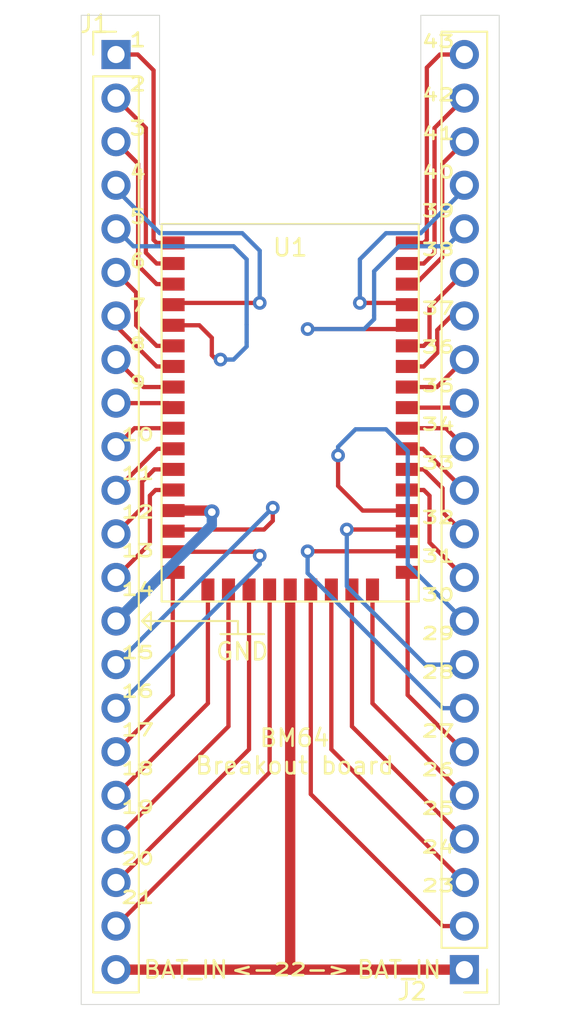
<source format=kicad_pcb>
(kicad_pcb (version 20171130) (host pcbnew "(5.1.6)-1")

  (general
    (thickness 1.6)
    (drawings 32)
    (tracks 184)
    (zones 0)
    (modules 3)
    (nets 44)
  )

  (page A4)
  (layers
    (0 F.Cu signal)
    (31 B.Cu signal)
    (32 B.Adhes user)
    (33 F.Adhes user)
    (34 B.Paste user)
    (35 F.Paste user)
    (36 B.SilkS user)
    (37 F.SilkS user)
    (38 B.Mask user)
    (39 F.Mask user)
    (40 Dwgs.User user)
    (41 Cmts.User user)
    (42 Eco1.User user)
    (43 Eco2.User user)
    (44 Edge.Cuts user)
    (45 Margin user)
    (46 B.CrtYd user)
    (47 F.CrtYd user)
    (48 B.Fab user)
    (49 F.Fab user)
  )

  (setup
    (last_trace_width 0.3)
    (user_trace_width 0.3)
    (user_trace_width 0.6)
    (trace_clearance 0.2)
    (zone_clearance 0.508)
    (zone_45_only no)
    (trace_min 0.2)
    (via_size 0.8)
    (via_drill 0.4)
    (via_min_size 0.4)
    (via_min_drill 0.3)
    (user_via 0.9 0.45)
    (uvia_size 0.3)
    (uvia_drill 0.1)
    (uvias_allowed no)
    (uvia_min_size 0.2)
    (uvia_min_drill 0.1)
    (edge_width 0.05)
    (segment_width 0.2)
    (pcb_text_width 0.3)
    (pcb_text_size 1.5 1.5)
    (mod_edge_width 0.12)
    (mod_text_size 1 1)
    (mod_text_width 0.15)
    (pad_size 1.524 1.524)
    (pad_drill 0.762)
    (pad_to_mask_clearance 0.05)
    (aux_axis_origin 0 0)
    (visible_elements 7FFFFFFF)
    (pcbplotparams
      (layerselection 0x010fc_ffffffff)
      (usegerberextensions false)
      (usegerberattributes true)
      (usegerberadvancedattributes true)
      (creategerberjobfile true)
      (excludeedgelayer true)
      (linewidth 0.100000)
      (plotframeref false)
      (viasonmask false)
      (mode 1)
      (useauxorigin false)
      (hpglpennumber 1)
      (hpglpenspeed 20)
      (hpglpendiameter 15.000000)
      (psnegative false)
      (psa4output false)
      (plotreference true)
      (plotvalue true)
      (plotinvisibletext false)
      (padsonsilk false)
      (subtractmaskfromsilk false)
      (outputformat 1)
      (mirror false)
      (drillshape 1)
      (scaleselection 1)
      (outputdirectory ""))
  )

  (net 0 "")
  (net 1 "Net-(J1-Pad1)")
  (net 2 "Net-(J1-Pad2)")
  (net 3 "Net-(J1-Pad3)")
  (net 4 "Net-(J1-Pad4)")
  (net 5 "Net-(J1-Pad5)")
  (net 6 "Net-(J1-Pad6)")
  (net 7 "Net-(J1-Pad7)")
  (net 8 "Net-(J1-Pad8)")
  (net 9 "Net-(J1-Pad9)")
  (net 10 "Net-(J1-Pad10)")
  (net 11 "Net-(J1-Pad11)")
  (net 12 "Net-(J1-Pad12)")
  (net 13 "Net-(J1-Pad13)")
  (net 14 "Net-(J1-Pad14)")
  (net 15 "Net-(J1-Pad15)")
  (net 16 "Net-(J1-Pad16)")
  (net 17 "Net-(J1-Pad17)")
  (net 18 "Net-(J1-Pad18)")
  (net 19 "Net-(J1-Pad19)")
  (net 20 "Net-(J1-Pad20)")
  (net 21 "Net-(J1-Pad21)")
  (net 22 "Net-(J1-Pad22)")
  (net 23 "Net-(J2-Pad22)")
  (net 24 "Net-(J2-Pad21)")
  (net 25 "Net-(J2-Pad20)")
  (net 26 "Net-(J2-Pad19)")
  (net 27 "Net-(J2-Pad18)")
  (net 28 "Net-(J2-Pad17)")
  (net 29 "Net-(J2-Pad16)")
  (net 30 "Net-(J2-Pad15)")
  (net 31 "Net-(J2-Pad14)")
  (net 32 "Net-(J2-Pad13)")
  (net 33 "Net-(J2-Pad12)")
  (net 34 "Net-(J2-Pad11)")
  (net 35 "Net-(J2-Pad10)")
  (net 36 "Net-(J2-Pad9)")
  (net 37 "Net-(J2-Pad8)")
  (net 38 "Net-(J2-Pad7)")
  (net 39 "Net-(J2-Pad6)")
  (net 40 "Net-(J2-Pad5)")
  (net 41 "Net-(J2-Pad4)")
  (net 42 "Net-(J2-Pad3)")
  (net 43 "Net-(J2-Pad2)")

  (net_class Default "This is the default net class."
    (clearance 0.2)
    (trace_width 0.25)
    (via_dia 0.8)
    (via_drill 0.4)
    (uvia_dia 0.3)
    (uvia_drill 0.1)
    (add_net "Net-(J1-Pad1)")
    (add_net "Net-(J1-Pad10)")
    (add_net "Net-(J1-Pad11)")
    (add_net "Net-(J1-Pad12)")
    (add_net "Net-(J1-Pad13)")
    (add_net "Net-(J1-Pad14)")
    (add_net "Net-(J1-Pad15)")
    (add_net "Net-(J1-Pad16)")
    (add_net "Net-(J1-Pad17)")
    (add_net "Net-(J1-Pad18)")
    (add_net "Net-(J1-Pad19)")
    (add_net "Net-(J1-Pad2)")
    (add_net "Net-(J1-Pad20)")
    (add_net "Net-(J1-Pad21)")
    (add_net "Net-(J1-Pad22)")
    (add_net "Net-(J1-Pad3)")
    (add_net "Net-(J1-Pad4)")
    (add_net "Net-(J1-Pad5)")
    (add_net "Net-(J1-Pad6)")
    (add_net "Net-(J1-Pad7)")
    (add_net "Net-(J1-Pad8)")
    (add_net "Net-(J1-Pad9)")
    (add_net "Net-(J2-Pad10)")
    (add_net "Net-(J2-Pad11)")
    (add_net "Net-(J2-Pad12)")
    (add_net "Net-(J2-Pad13)")
    (add_net "Net-(J2-Pad14)")
    (add_net "Net-(J2-Pad15)")
    (add_net "Net-(J2-Pad16)")
    (add_net "Net-(J2-Pad17)")
    (add_net "Net-(J2-Pad18)")
    (add_net "Net-(J2-Pad19)")
    (add_net "Net-(J2-Pad2)")
    (add_net "Net-(J2-Pad20)")
    (add_net "Net-(J2-Pad21)")
    (add_net "Net-(J2-Pad22)")
    (add_net "Net-(J2-Pad3)")
    (add_net "Net-(J2-Pad4)")
    (add_net "Net-(J2-Pad5)")
    (add_net "Net-(J2-Pad6)")
    (add_net "Net-(J2-Pad7)")
    (add_net "Net-(J2-Pad8)")
    (add_net "Net-(J2-Pad9)")
  )

  (module Connector_PinHeader_2.54mm:PinHeader_1x22_P2.54mm_Vertical (layer F.Cu) (tedit 59FED5CC) (tstamp 61E3B105)
    (at 146.304 128.778 180)
    (descr "Through hole straight pin header, 1x22, 2.54mm pitch, single row")
    (tags "Through hole pin header THT 1x22 2.54mm single row")
    (path /61F3A1B6)
    (fp_text reference J2 (at 3.048 -1.27) (layer F.SilkS)
      (effects (font (size 1 1) (thickness 0.15)))
    )
    (fp_text value Conn_01x22_Male (at 0 55.67) (layer F.Fab)
      (effects (font (size 1 1) (thickness 0.15)))
    )
    (fp_line (start 1.8 -1.8) (end -1.8 -1.8) (layer F.CrtYd) (width 0.05))
    (fp_line (start 1.8 55.15) (end 1.8 -1.8) (layer F.CrtYd) (width 0.05))
    (fp_line (start -1.8 55.15) (end 1.8 55.15) (layer F.CrtYd) (width 0.05))
    (fp_line (start -1.8 -1.8) (end -1.8 55.15) (layer F.CrtYd) (width 0.05))
    (fp_line (start -1.33 -1.33) (end 0 -1.33) (layer F.SilkS) (width 0.12))
    (fp_line (start -1.33 0) (end -1.33 -1.33) (layer F.SilkS) (width 0.12))
    (fp_line (start -1.33 1.27) (end 1.33 1.27) (layer F.SilkS) (width 0.12))
    (fp_line (start 1.33 1.27) (end 1.33 54.67) (layer F.SilkS) (width 0.12))
    (fp_line (start -1.33 1.27) (end -1.33 54.67) (layer F.SilkS) (width 0.12))
    (fp_line (start -1.33 54.67) (end 1.33 54.67) (layer F.SilkS) (width 0.12))
    (fp_line (start -1.27 -0.635) (end -0.635 -1.27) (layer F.Fab) (width 0.1))
    (fp_line (start -1.27 54.61) (end -1.27 -0.635) (layer F.Fab) (width 0.1))
    (fp_line (start 1.27 54.61) (end -1.27 54.61) (layer F.Fab) (width 0.1))
    (fp_line (start 1.27 -1.27) (end 1.27 54.61) (layer F.Fab) (width 0.1))
    (fp_line (start -0.635 -1.27) (end 1.27 -1.27) (layer F.Fab) (width 0.1))
    (fp_text user %R (at 0 26.67 90) (layer F.Fab)
      (effects (font (size 1 1) (thickness 0.15)))
    )
    (pad 22 thru_hole oval (at 0 53.34 180) (size 1.7 1.7) (drill 1) (layers *.Cu *.Mask)
      (net 23 "Net-(J2-Pad22)"))
    (pad 21 thru_hole oval (at 0 50.8 180) (size 1.7 1.7) (drill 1) (layers *.Cu *.Mask)
      (net 24 "Net-(J2-Pad21)"))
    (pad 20 thru_hole oval (at 0 48.26 180) (size 1.7 1.7) (drill 1) (layers *.Cu *.Mask)
      (net 25 "Net-(J2-Pad20)"))
    (pad 19 thru_hole oval (at 0 45.72 180) (size 1.7 1.7) (drill 1) (layers *.Cu *.Mask)
      (net 26 "Net-(J2-Pad19)"))
    (pad 18 thru_hole oval (at 0 43.18 180) (size 1.7 1.7) (drill 1) (layers *.Cu *.Mask)
      (net 27 "Net-(J2-Pad18)"))
    (pad 17 thru_hole oval (at 0 40.64 180) (size 1.7 1.7) (drill 1) (layers *.Cu *.Mask)
      (net 28 "Net-(J2-Pad17)"))
    (pad 16 thru_hole oval (at 0 38.1 180) (size 1.7 1.7) (drill 1) (layers *.Cu *.Mask)
      (net 29 "Net-(J2-Pad16)"))
    (pad 15 thru_hole oval (at 0 35.56 180) (size 1.7 1.7) (drill 1) (layers *.Cu *.Mask)
      (net 30 "Net-(J2-Pad15)"))
    (pad 14 thru_hole oval (at 0 33.02 180) (size 1.7 1.7) (drill 1) (layers *.Cu *.Mask)
      (net 31 "Net-(J2-Pad14)"))
    (pad 13 thru_hole oval (at 0 30.48 180) (size 1.7 1.7) (drill 1) (layers *.Cu *.Mask)
      (net 32 "Net-(J2-Pad13)"))
    (pad 12 thru_hole oval (at 0 27.94 180) (size 1.7 1.7) (drill 1) (layers *.Cu *.Mask)
      (net 33 "Net-(J2-Pad12)"))
    (pad 11 thru_hole oval (at 0 25.4 180) (size 1.7 1.7) (drill 1) (layers *.Cu *.Mask)
      (net 34 "Net-(J2-Pad11)"))
    (pad 10 thru_hole oval (at 0 22.86 180) (size 1.7 1.7) (drill 1) (layers *.Cu *.Mask)
      (net 35 "Net-(J2-Pad10)"))
    (pad 9 thru_hole oval (at 0 20.32 180) (size 1.7 1.7) (drill 1) (layers *.Cu *.Mask)
      (net 36 "Net-(J2-Pad9)"))
    (pad 8 thru_hole oval (at 0 17.78 180) (size 1.7 1.7) (drill 1) (layers *.Cu *.Mask)
      (net 37 "Net-(J2-Pad8)"))
    (pad 7 thru_hole oval (at 0 15.24 180) (size 1.7 1.7) (drill 1) (layers *.Cu *.Mask)
      (net 38 "Net-(J2-Pad7)"))
    (pad 6 thru_hole oval (at 0 12.7 180) (size 1.7 1.7) (drill 1) (layers *.Cu *.Mask)
      (net 39 "Net-(J2-Pad6)"))
    (pad 5 thru_hole oval (at 0 10.16 180) (size 1.7 1.7) (drill 1) (layers *.Cu *.Mask)
      (net 40 "Net-(J2-Pad5)"))
    (pad 4 thru_hole oval (at 0 7.62 180) (size 1.7 1.7) (drill 1) (layers *.Cu *.Mask)
      (net 41 "Net-(J2-Pad4)"))
    (pad 3 thru_hole oval (at 0 5.08 180) (size 1.7 1.7) (drill 1) (layers *.Cu *.Mask)
      (net 42 "Net-(J2-Pad3)"))
    (pad 2 thru_hole oval (at 0 2.54 180) (size 1.7 1.7) (drill 1) (layers *.Cu *.Mask)
      (net 43 "Net-(J2-Pad2)"))
    (pad 1 thru_hole rect (at 0 0 180) (size 1.7 1.7) (drill 1) (layers *.Cu *.Mask)
      (net 22 "Net-(J1-Pad22)"))
    (model ${KISYS3DMOD}/Connector_PinHeader_2.54mm.3dshapes/PinHeader_1x22_P2.54mm_Vertical.wrl
      (at (xyz 0 0 0))
      (scale (xyz 1 1 1))
      (rotate (xyz 0 0 0))
    )
  )

  (module Connector_PinHeader_2.54mm:PinHeader_1x22_P2.54mm_Vertical (layer F.Cu) (tedit 59FED5CC) (tstamp 61E3B0DB)
    (at 125.984 75.438)
    (descr "Through hole straight pin header, 1x22, 2.54mm pitch, single row")
    (tags "Through hole pin header THT 1x22 2.54mm single row")
    (path /61F2F9DE)
    (fp_text reference J1 (at -1.27 -1.778) (layer F.SilkS)
      (effects (font (size 1 1) (thickness 0.15)))
    )
    (fp_text value Conn_01x22_Male (at 0 55.67) (layer F.Fab)
      (effects (font (size 1 1) (thickness 0.15)))
    )
    (fp_line (start -0.635 -1.27) (end 1.27 -1.27) (layer F.Fab) (width 0.1))
    (fp_line (start 1.27 -1.27) (end 1.27 54.61) (layer F.Fab) (width 0.1))
    (fp_line (start 1.27 54.61) (end -1.27 54.61) (layer F.Fab) (width 0.1))
    (fp_line (start -1.27 54.61) (end -1.27 -0.635) (layer F.Fab) (width 0.1))
    (fp_line (start -1.27 -0.635) (end -0.635 -1.27) (layer F.Fab) (width 0.1))
    (fp_line (start -1.33 54.67) (end 1.33 54.67) (layer F.SilkS) (width 0.12))
    (fp_line (start -1.33 1.27) (end -1.33 54.67) (layer F.SilkS) (width 0.12))
    (fp_line (start 1.33 1.27) (end 1.33 54.67) (layer F.SilkS) (width 0.12))
    (fp_line (start -1.33 1.27) (end 1.33 1.27) (layer F.SilkS) (width 0.12))
    (fp_line (start -1.33 0) (end -1.33 -1.33) (layer F.SilkS) (width 0.12))
    (fp_line (start -1.33 -1.33) (end 0 -1.33) (layer F.SilkS) (width 0.12))
    (fp_line (start -1.8 -1.8) (end -1.8 55.15) (layer F.CrtYd) (width 0.05))
    (fp_line (start -1.8 55.15) (end 1.8 55.15) (layer F.CrtYd) (width 0.05))
    (fp_line (start 1.8 55.15) (end 1.8 -1.8) (layer F.CrtYd) (width 0.05))
    (fp_line (start 1.8 -1.8) (end -1.8 -1.8) (layer F.CrtYd) (width 0.05))
    (fp_text user %R (at 0 26.67 90) (layer F.Fab)
      (effects (font (size 1 1) (thickness 0.15)))
    )
    (pad 1 thru_hole rect (at 0 0) (size 1.7 1.7) (drill 1) (layers *.Cu *.Mask)
      (net 1 "Net-(J1-Pad1)"))
    (pad 2 thru_hole oval (at 0 2.54) (size 1.7 1.7) (drill 1) (layers *.Cu *.Mask)
      (net 2 "Net-(J1-Pad2)"))
    (pad 3 thru_hole oval (at 0 5.08) (size 1.7 1.7) (drill 1) (layers *.Cu *.Mask)
      (net 3 "Net-(J1-Pad3)"))
    (pad 4 thru_hole oval (at 0 7.62) (size 1.7 1.7) (drill 1) (layers *.Cu *.Mask)
      (net 4 "Net-(J1-Pad4)"))
    (pad 5 thru_hole oval (at 0 10.16) (size 1.7 1.7) (drill 1) (layers *.Cu *.Mask)
      (net 5 "Net-(J1-Pad5)"))
    (pad 6 thru_hole oval (at 0 12.7) (size 1.7 1.7) (drill 1) (layers *.Cu *.Mask)
      (net 6 "Net-(J1-Pad6)"))
    (pad 7 thru_hole oval (at 0 15.24) (size 1.7 1.7) (drill 1) (layers *.Cu *.Mask)
      (net 7 "Net-(J1-Pad7)"))
    (pad 8 thru_hole oval (at 0 17.78) (size 1.7 1.7) (drill 1) (layers *.Cu *.Mask)
      (net 8 "Net-(J1-Pad8)"))
    (pad 9 thru_hole oval (at 0 20.32) (size 1.7 1.7) (drill 1) (layers *.Cu *.Mask)
      (net 9 "Net-(J1-Pad9)"))
    (pad 10 thru_hole oval (at 0 22.86) (size 1.7 1.7) (drill 1) (layers *.Cu *.Mask)
      (net 10 "Net-(J1-Pad10)"))
    (pad 11 thru_hole oval (at 0 25.4) (size 1.7 1.7) (drill 1) (layers *.Cu *.Mask)
      (net 11 "Net-(J1-Pad11)"))
    (pad 12 thru_hole oval (at 0 27.94) (size 1.7 1.7) (drill 1) (layers *.Cu *.Mask)
      (net 12 "Net-(J1-Pad12)"))
    (pad 13 thru_hole oval (at 0 30.48) (size 1.7 1.7) (drill 1) (layers *.Cu *.Mask)
      (net 13 "Net-(J1-Pad13)"))
    (pad 14 thru_hole oval (at 0 33.02) (size 1.7 1.7) (drill 1) (layers *.Cu *.Mask)
      (net 14 "Net-(J1-Pad14)"))
    (pad 15 thru_hole oval (at 0 35.56) (size 1.7 1.7) (drill 1) (layers *.Cu *.Mask)
      (net 15 "Net-(J1-Pad15)"))
    (pad 16 thru_hole oval (at 0 38.1) (size 1.7 1.7) (drill 1) (layers *.Cu *.Mask)
      (net 16 "Net-(J1-Pad16)"))
    (pad 17 thru_hole oval (at 0 40.64) (size 1.7 1.7) (drill 1) (layers *.Cu *.Mask)
      (net 17 "Net-(J1-Pad17)"))
    (pad 18 thru_hole oval (at 0 43.18) (size 1.7 1.7) (drill 1) (layers *.Cu *.Mask)
      (net 18 "Net-(J1-Pad18)"))
    (pad 19 thru_hole oval (at 0 45.72) (size 1.7 1.7) (drill 1) (layers *.Cu *.Mask)
      (net 19 "Net-(J1-Pad19)"))
    (pad 20 thru_hole oval (at 0 48.26) (size 1.7 1.7) (drill 1) (layers *.Cu *.Mask)
      (net 20 "Net-(J1-Pad20)"))
    (pad 21 thru_hole oval (at 0 50.8) (size 1.7 1.7) (drill 1) (layers *.Cu *.Mask)
      (net 21 "Net-(J1-Pad21)"))
    (pad 22 thru_hole oval (at 0 53.34) (size 1.7 1.7) (drill 1) (layers *.Cu *.Mask)
      (net 22 "Net-(J1-Pad22)"))
    (model ${KISYS3DMOD}/Connector_PinHeader_2.54mm.3dshapes/PinHeader_1x22_P2.54mm_Vertical.wrl
      (at (xyz 0 0 0))
      (scale (xyz 1 1 1))
      (rotate (xyz 0 0 0))
    )
  )

  (module BM64:BM64 (layer F.Cu) (tedit 61E2EF8B) (tstamp 61E3B140)
    (at 136.144 83.82)
    (path /61F2EA08)
    (fp_text reference U1 (at 0 2.869999) (layer F.SilkS)
      (effects (font (size 1 1) (thickness 0.15)))
    )
    (fp_text value BM64 (at 0 -0.5) (layer F.Fab)
      (effects (font (size 1 1) (thickness 0.15)))
    )
    (fp_line (start -7.5 23.5) (end -7.5 1.5) (layer F.SilkS) (width 0.12))
    (fp_line (start 7.5 23.5) (end -7.5 23.5) (layer F.SilkS) (width 0.12))
    (fp_line (start 7.5 1.5) (end 7.5 23.5) (layer F.SilkS) (width 0.12))
    (fp_line (start 0 1.5) (end 7.5 1.5) (layer F.SilkS) (width 0.12))
    (fp_line (start 0 1.5) (end -7.5 1.5) (layer F.SilkS) (width 0.12))
    (fp_line (start -7.5 -8.5) (end 7.5 -8.5) (layer F.Fab) (width 0.12))
    (fp_line (start 7.5 -8.5) (end 7.5 1.5) (layer F.Fab) (width 0.12))
    (fp_line (start 7.5 1.5) (end -7.5 1.5) (layer F.Fab) (width 0.12))
    (fp_line (start -7.5 -1.55) (end -7.5 1.5) (layer F.Fab) (width 0.12))
    (fp_line (start -7.5 -3.45) (end -7.5 -8.5) (layer F.Fab) (width 0.12))
    (fp_arc (start -7.5 -2.5) (end -6.55 -2.5) (angle -90) (layer F.Fab) (width 0.12))
    (fp_arc (start -7.5 -2.5) (end -7.5 -1.55) (angle -90) (layer F.Fab) (width 0.12))
    (pad 26 smd rect (at 4.8 22.85 90) (size 1.38 0.76) (layers F.Cu F.Paste F.Mask)
      (net 40 "Net-(J2-Pad5)"))
    (pad 25 smd rect (at 3.6 22.85 90) (size 1.38 0.76) (layers F.Cu F.Paste F.Mask)
      (net 41 "Net-(J2-Pad4)"))
    (pad 24 smd rect (at 2.4 22.85 90) (size 1.38 0.76) (layers F.Cu F.Paste F.Mask)
      (net 42 "Net-(J2-Pad3)"))
    (pad 23 smd rect (at 1.2 22.85 90) (size 1.38 0.76) (layers F.Cu F.Paste F.Mask)
      (net 43 "Net-(J2-Pad2)"))
    (pad 22 smd rect (at 0 22.85 90) (size 1.38 0.76) (layers F.Cu F.Paste F.Mask)
      (net 22 "Net-(J1-Pad22)"))
    (pad 21 smd rect (at -1.2 22.85 90) (size 1.38 0.76) (layers F.Cu F.Paste F.Mask)
      (net 21 "Net-(J1-Pad21)"))
    (pad 20 smd rect (at -2.4 22.85 90) (size 1.38 0.76) (layers F.Cu F.Paste F.Mask)
      (net 20 "Net-(J1-Pad20)"))
    (pad 19 smd rect (at -3.6 22.85 90) (size 1.38 0.76) (layers F.Cu F.Paste F.Mask)
      (net 19 "Net-(J1-Pad19)"))
    (pad 43 smd rect (at 6.85 2.6) (size 1.38 0.76) (layers F.Cu F.Paste F.Mask)
      (net 23 "Net-(J2-Pad22)"))
    (pad 42 smd rect (at 6.85 3.8) (size 1.38 0.76) (layers F.Cu F.Paste F.Mask)
      (net 24 "Net-(J2-Pad21)"))
    (pad 41 smd rect (at 6.85 5) (size 1.38 0.76) (layers F.Cu F.Paste F.Mask)
      (net 25 "Net-(J2-Pad20)"))
    (pad 40 smd rect (at 6.85 6.2) (size 1.38 0.76) (layers F.Cu F.Paste F.Mask)
      (net 26 "Net-(J2-Pad19)"))
    (pad 39 smd rect (at 6.85 7.4) (size 1.38 0.76) (layers F.Cu F.Paste F.Mask)
      (net 27 "Net-(J2-Pad18)"))
    (pad 38 smd rect (at 6.85 8.6) (size 1.38 0.76) (layers F.Cu F.Paste F.Mask)
      (net 28 "Net-(J2-Pad17)"))
    (pad 37 smd rect (at 6.85 9.8) (size 1.38 0.76) (layers F.Cu F.Paste F.Mask)
      (net 29 "Net-(J2-Pad16)"))
    (pad 36 smd rect (at 6.85 11) (size 1.38 0.76) (layers F.Cu F.Paste F.Mask)
      (net 30 "Net-(J2-Pad15)"))
    (pad 35 smd rect (at 6.85 12.2) (size 1.38 0.76) (layers F.Cu F.Paste F.Mask)
      (net 31 "Net-(J2-Pad14)"))
    (pad 34 smd rect (at 6.85 13.4) (size 1.38 0.76) (layers F.Cu F.Paste F.Mask)
      (net 32 "Net-(J2-Pad13)"))
    (pad 33 smd rect (at 6.85 14.6) (size 1.38 0.76) (layers F.Cu F.Paste F.Mask)
      (net 33 "Net-(J2-Pad12)"))
    (pad 32 smd rect (at 6.85 15.8) (size 1.38 0.76) (layers F.Cu F.Paste F.Mask)
      (net 34 "Net-(J2-Pad11)"))
    (pad 31 smd rect (at 6.85 17) (size 1.38 0.76) (layers F.Cu F.Paste F.Mask)
      (net 35 "Net-(J2-Pad10)"))
    (pad 30 smd rect (at 6.85 18.2) (size 1.38 0.76) (layers F.Cu F.Paste F.Mask)
      (net 36 "Net-(J2-Pad9)"))
    (pad 29 smd rect (at 6.85 19.4) (size 1.38 0.76) (layers F.Cu F.Paste F.Mask)
      (net 37 "Net-(J2-Pad8)"))
    (pad 28 smd rect (at 6.85 20.6) (size 1.38 0.76) (layers F.Cu F.Paste F.Mask)
      (net 38 "Net-(J2-Pad7)"))
    (pad 17 smd rect (at -6.85 21.8) (size 1.38 0.76) (layers F.Cu F.Paste F.Mask)
      (net 17 "Net-(J1-Pad17)"))
    (pad 16 smd rect (at -6.85 20.6) (size 1.38 0.76) (layers F.Cu F.Paste F.Mask)
      (net 16 "Net-(J1-Pad16)"))
    (pad 15 smd rect (at -6.85 19.4) (size 1.38 0.76) (layers F.Cu F.Paste F.Mask)
      (net 15 "Net-(J1-Pad15)"))
    (pad 14 smd rect (at -6.85 18.2) (size 1.38 0.76) (layers F.Cu F.Paste F.Mask)
      (net 14 "Net-(J1-Pad14)"))
    (pad 13 smd rect (at -6.85 17) (size 1.38 0.76) (layers F.Cu F.Paste F.Mask)
      (net 13 "Net-(J1-Pad13)"))
    (pad 12 smd rect (at -6.85 15.8) (size 1.38 0.76) (layers F.Cu F.Paste F.Mask)
      (net 12 "Net-(J1-Pad12)"))
    (pad 11 smd rect (at -6.85 14.6) (size 1.38 0.76) (layers F.Cu F.Paste F.Mask)
      (net 11 "Net-(J1-Pad11)"))
    (pad 10 smd rect (at -6.85 13.4) (size 1.38 0.76) (layers F.Cu F.Paste F.Mask)
      (net 10 "Net-(J1-Pad10)"))
    (pad 9 smd rect (at -6.85 12.2) (size 1.38 0.76) (layers F.Cu F.Paste F.Mask)
      (net 9 "Net-(J1-Pad9)"))
    (pad 8 smd rect (at -6.85 11) (size 1.38 0.76) (layers F.Cu F.Paste F.Mask)
      (net 8 "Net-(J1-Pad8)"))
    (pad 7 smd rect (at -6.85 9.8) (size 1.38 0.76) (layers F.Cu F.Paste F.Mask)
      (net 7 "Net-(J1-Pad7)"))
    (pad 6 smd rect (at -6.85 8.6) (size 1.38 0.76) (layers F.Cu F.Paste F.Mask)
      (net 6 "Net-(J1-Pad6)"))
    (pad 5 smd rect (at -6.85 7.4) (size 1.38 0.76) (layers F.Cu F.Paste F.Mask)
      (net 5 "Net-(J1-Pad5)"))
    (pad 4 smd rect (at -6.85 6.2) (size 1.38 0.76) (layers F.Cu F.Paste F.Mask)
      (net 4 "Net-(J1-Pad4)"))
    (pad 3 smd rect (at -6.85 5) (size 1.38 0.76) (layers F.Cu F.Paste F.Mask)
      (net 3 "Net-(J1-Pad3)"))
    (pad 2 smd rect (at -6.85 3.8) (size 1.38 0.76) (layers F.Cu F.Paste F.Mask)
      (net 2 "Net-(J1-Pad2)"))
    (pad 18 smd rect (at -4.8 22.85 90) (size 1.38 0.76) (layers F.Cu F.Paste F.Mask)
      (net 18 "Net-(J1-Pad18)"))
    (pad 27 smd rect (at 6.85 21.8) (size 1.38 0.76) (layers F.Cu F.Paste F.Mask)
      (net 39 "Net-(J2-Pad6)"))
    (pad 1 smd rect (at -6.85 2.6) (size 1.38 0.76) (layers F.Cu F.Paste F.Mask)
      (net 1 "Net-(J1-Pad1)"))
  )

  (gr_text "BM64\nBreakout board" (at 136.398 116.078) (layer F.SilkS)
    (effects (font (size 1 1) (thickness 0.15)))
  )
  (gr_line (start 128.016 108.966) (end 128.016 107.95) (layer F.SilkS) (width 0.12) (tstamp 61E3C158))
  (gr_line (start 127.508 108.458) (end 128.016 108.966) (layer F.SilkS) (width 0.12))
  (gr_line (start 128.016 107.95) (end 127.508 108.458) (layer F.SilkS) (width 0.12) (tstamp 61E3C157))
  (gr_line (start 127.508 108.458) (end 128.016 107.95) (layer F.SilkS) (width 0.12))
  (gr_line (start 128.016 108.458) (end 127.508 108.458) (layer F.SilkS) (width 0.12))
  (gr_line (start 134.62 109.22) (end 132.08 109.22) (layer F.SilkS) (width 0.12))
  (gr_line (start 133.096 109.22) (end 134.62 109.22) (layer F.SilkS) (width 0.12))
  (gr_line (start 133.096 108.458) (end 133.096 109.22) (layer F.SilkS) (width 0.12))
  (gr_line (start 128.016 108.458) (end 133.096 108.458) (layer F.SilkS) (width 0.12))
  (gr_text GND (at 133.35 110.236) (layer F.SilkS)
    (effects (font (size 1 1) (thickness 0.15)))
  )
  (gr_text 43 (at 144.78 74.676) (layer F.SilkS) (tstamp 61E3C072)
    (effects (font (size 0.7 1) (thickness 0.15)))
  )
  (gr_text "42\n\n41\n\n40\n\n39\n\n38" (at 144.78 82.296) (layer F.SilkS) (tstamp 61E3C072)
    (effects (font (size 0.7 1) (thickness 0.15)))
  )
  (gr_text "37\n\n36\n\n35\n\n34\n\n33" (at 144.78 94.742) (layer F.SilkS) (tstamp 61E3BF32)
    (effects (font (size 0.7 1) (thickness 0.15)))
  )
  (gr_text "32\n\n31\n\n30\n\n29\n\n28" (at 144.78 106.934) (layer F.SilkS) (tstamp 61E3BF28)
    (effects (font (size 0.7 1) (thickness 0.15)))
  )
  (gr_text "27\n\n26\n\n25\n\n24\n\n23" (at 144.78 119.38) (layer F.SilkS) (tstamp 61E3BF28)
    (effects (font (size 0.7 1) (thickness 0.15)))
  )
  (gr_text <-22-> (at 136.144 128.778) (layer F.SilkS)
    (effects (font (size 0.7 1) (thickness 0.15)))
  )
  (gr_text "20\n\n21" (at 127.254 123.444) (layer F.SilkS)
    (effects (font (size 0.7 1) (thickness 0.15)))
  )
  (gr_text "15\n\n16\n\n17\n\n18\n\n19" (at 127.254 114.808) (layer F.SilkS) (tstamp 61E3BF1A)
    (effects (font (size 0.7 1) (thickness 0.15)))
  )
  (gr_text "10\n\n11\n\n12\n\n13\n\n14" (at 127.254 102.108) (layer F.SilkS)
    (effects (font (size 0.7 1) (thickness 0.15)))
  )
  (gr_text "\n\n7\n\n8\n\n9\n" (at 127.254 91.186) (layer F.SilkS)
    (effects (font (size 0.7 1) (thickness 0.15)))
  )
  (gr_text "1\n\n2\n\n3\n\n4\n\n5\n\n6" (at 127.254 81.026) (layer F.SilkS)
    (effects (font (size 0.8 1) (thickness 0.15)))
  )
  (gr_text BAT_IN (at 142.494 128.778) (layer F.SilkS) (tstamp 61E3BD1E)
    (effects (font (size 1 1) (thickness 0.15)))
  )
  (gr_text BAT_IN (at 130.048 128.778) (layer F.SilkS)
    (effects (font (size 1 1) (thickness 0.15)))
  )
  (gr_line (start 143.764 73.152) (end 148.336 73.152) (layer Edge.Cuts) (width 0.05) (tstamp 61E3B9E6))
  (gr_line (start 123.952 73.152) (end 128.524 73.152) (layer Edge.Cuts) (width 0.05) (tstamp 61E3B9E5))
  (gr_line (start 123.952 130.81) (end 123.952 73.152) (layer Edge.Cuts) (width 0.05) (tstamp 61E3B7F5))
  (gr_line (start 148.336 130.81) (end 123.952 130.81) (layer Edge.Cuts) (width 0.05))
  (gr_line (start 148.336 73.152) (end 148.336 130.81) (layer Edge.Cuts) (width 0.05))
  (gr_line (start 128.524 73.152) (end 128.524 85.344) (layer Edge.Cuts) (width 0.05))
  (gr_line (start 143.764 85.344) (end 128.524 85.344) (layer Edge.Cuts) (width 0.05))
  (gr_line (start 143.764 73.152) (end 143.764 85.344) (layer Edge.Cuts) (width 0.05))

  (segment (start 128.354 86.42) (end 128.17399 86.23999) (width 0.25) (layer F.Cu) (net 1))
  (segment (start 129.294 86.42) (end 128.354 86.42) (width 0.25) (layer F.Cu) (net 1))
  (segment (start 128.17399 86.23999) (end 128.17399 76.35799) (width 0.25) (layer F.Cu) (net 1))
  (segment (start 127.254 75.438) (end 125.984 75.438) (width 0.25) (layer F.Cu) (net 1))
  (segment (start 128.17399 76.35799) (end 127.254 75.438) (width 0.25) (layer F.Cu) (net 1))
  (segment (start 128.354 87.62) (end 129.294 87.62) (width 0.25) (layer F.Cu) (net 2))
  (segment (start 127.723981 86.989981) (end 128.354 87.62) (width 0.25) (layer F.Cu) (net 2))
  (segment (start 127.72398 79.71798) (end 127.723981 86.989981) (width 0.25) (layer F.Cu) (net 2))
  (segment (start 125.984 77.978) (end 127.72398 79.71798) (width 0.25) (layer F.Cu) (net 2))
  (segment (start 128.354 88.82) (end 129.294 88.82) (width 0.25) (layer F.Cu) (net 3))
  (segment (start 127.273972 87.739972) (end 128.354 88.82) (width 0.25) (layer F.Cu) (net 3))
  (segment (start 127.273972 81.807972) (end 127.273972 87.739972) (width 0.25) (layer F.Cu) (net 3))
  (segment (start 125.984 80.518) (end 127.273972 81.807972) (width 0.25) (layer F.Cu) (net 3))
  (segment (start 125.984 83.298988) (end 128.537012 85.852) (width 0.25) (layer B.Cu) (net 4))
  (segment (start 125.984 83.058) (end 125.984 83.298988) (width 0.25) (layer B.Cu) (net 4))
  (segment (start 128.537012 85.852) (end 133.35 85.852) (width 0.25) (layer B.Cu) (net 4))
  (via (at 134.366 89.916) (size 0.8) (drill 0.4) (layers F.Cu B.Cu) (net 4))
  (segment (start 133.35 85.852) (end 134.366 86.868) (width 0.25) (layer B.Cu) (net 4))
  (segment (start 134.366 86.868) (end 134.366 89.916) (width 0.25) (layer B.Cu) (net 4))
  (segment (start 129.398 89.916) (end 129.294 90.02) (width 0.25) (layer F.Cu) (net 4))
  (segment (start 134.366 89.916) (end 129.398 89.916) (width 0.25) (layer F.Cu) (net 4))
  (segment (start 125.984 85.598) (end 127 86.614) (width 0.25) (layer B.Cu) (net 5))
  (segment (start 127 86.614) (end 132.842 86.614) (width 0.25) (layer B.Cu) (net 5))
  (segment (start 132.842 86.614) (end 133.604 87.376) (width 0.25) (layer B.Cu) (net 5))
  (segment (start 133.604 87.376) (end 133.604 91.186) (width 0.25) (layer B.Cu) (net 5))
  (segment (start 129.328 91.186) (end 129.294 91.22) (width 0.25) (layer F.Cu) (net 5))
  (segment (start 133.604 91.186) (end 133.604 92.202) (width 0.25) (layer B.Cu) (net 5))
  (segment (start 133.604 92.202) (end 133.604 92.456) (width 0.25) (layer B.Cu) (net 5))
  (via (at 132.08 93.218) (size 0.8) (drill 0.4) (layers F.Cu B.Cu) (net 5))
  (segment (start 133.604 92.456) (end 132.842 93.218) (width 0.25) (layer B.Cu) (net 5))
  (segment (start 132.842 93.218) (end 132.08 93.218) (width 0.25) (layer B.Cu) (net 5))
  (segment (start 132.08 93.218) (end 131.826 93.218) (width 0.25) (layer F.Cu) (net 5))
  (segment (start 131.826 93.218) (end 131.572 92.964) (width 0.25) (layer F.Cu) (net 5))
  (segment (start 131.572 92.964) (end 131.572 91.948) (width 0.25) (layer F.Cu) (net 5))
  (segment (start 130.844 91.22) (end 129.294 91.22) (width 0.25) (layer F.Cu) (net 5))
  (segment (start 131.572 91.948) (end 130.844 91.22) (width 0.25) (layer F.Cu) (net 5))
  (segment (start 128.354 92.42) (end 129.294 92.42) (width 0.25) (layer F.Cu) (net 6))
  (segment (start 127.159001 91.225001) (end 128.354 92.42) (width 0.25) (layer F.Cu) (net 6))
  (segment (start 127.159001 89.313001) (end 127.159001 91.225001) (width 0.25) (layer F.Cu) (net 6))
  (segment (start 125.984 88.138) (end 127.159001 89.313001) (width 0.25) (layer F.Cu) (net 6))
  (segment (start 128.354 93.62) (end 129.294 93.62) (width 0.25) (layer F.Cu) (net 7))
  (segment (start 125.984 91.25) (end 128.354 93.62) (width 0.25) (layer F.Cu) (net 7))
  (segment (start 125.984 90.678) (end 125.984 91.25) (width 0.25) (layer F.Cu) (net 7))
  (segment (start 127.586 94.82) (end 129.294 94.82) (width 0.25) (layer F.Cu) (net 8))
  (segment (start 125.984 93.218) (end 127.586 94.82) (width 0.25) (layer F.Cu) (net 8))
  (segment (start 129.032 95.758) (end 129.294 96.02) (width 0.25) (layer F.Cu) (net 9))
  (segment (start 125.984 95.758) (end 129.032 95.758) (width 0.25) (layer F.Cu) (net 9))
  (segment (start 127.062 97.22) (end 129.294 97.22) (width 0.25) (layer F.Cu) (net 10))
  (segment (start 125.984 98.298) (end 127.062 97.22) (width 0.25) (layer F.Cu) (net 10))
  (segment (start 128.402 98.42) (end 129.294 98.42) (width 0.25) (layer F.Cu) (net 11))
  (segment (start 125.984 100.838) (end 128.402 98.42) (width 0.25) (layer F.Cu) (net 11))
  (segment (start 125.984 103.378) (end 127.508 101.854) (width 0.25) (layer F.Cu) (net 12))
  (segment (start 127.508 101.854) (end 127.508 100.33) (width 0.25) (layer F.Cu) (net 12))
  (segment (start 128.218 99.62) (end 129.294 99.62) (width 0.25) (layer F.Cu) (net 12))
  (segment (start 127.508 100.33) (end 128.218 99.62) (width 0.25) (layer F.Cu) (net 12))
  (segment (start 127.95801 103.94399) (end 125.984 105.918) (width 0.25) (layer F.Cu) (net 13))
  (segment (start 127.95801 101.14999) (end 127.95801 103.94399) (width 0.25) (layer F.Cu) (net 13))
  (segment (start 129.294 100.82) (end 128.288 100.82) (width 0.25) (layer F.Cu) (net 13))
  (segment (start 128.288 100.82) (end 127.95801 101.14999) (width 0.25) (layer F.Cu) (net 13))
  (segment (start 129.382 102.108) (end 129.294 102.02) (width 0.25) (layer F.Cu) (net 14))
  (segment (start 129.294 102.02) (end 131.406 102.02) (width 0.6) (layer F.Cu) (net 14))
  (segment (start 131.572 102.87) (end 125.984 108.458) (width 0.6) (layer B.Cu) (net 14))
  (via (at 131.572 102.108) (size 0.9) (drill 0.45) (layers F.Cu B.Cu) (net 14))
  (segment (start 131.406 102.02) (end 131.484 102.02) (width 0.6) (layer F.Cu) (net 14))
  (segment (start 131.484 102.02) (end 131.572 102.108) (width 0.6) (layer F.Cu) (net 14))
  (segment (start 131.572 102.108) (end 131.572 102.87) (width 0.6) (layer B.Cu) (net 14))
  (via (at 135.128 101.854) (size 0.8) (drill 0.4) (layers F.Cu B.Cu) (net 15))
  (segment (start 133.223 103.759) (end 135.128 101.854) (width 0.25) (layer B.Cu) (net 15))
  (segment (start 133.223 103.759) (end 133.35 103.632) (width 0.25) (layer B.Cu) (net 15))
  (segment (start 125.984 110.998) (end 133.223 103.759) (width 0.25) (layer B.Cu) (net 15))
  (segment (start 135.128 102.616) (end 135.128 101.854) (width 0.25) (layer F.Cu) (net 15))
  (segment (start 134.62 103.124) (end 135.128 102.616) (width 0.25) (layer F.Cu) (net 15))
  (segment (start 129.39 103.124) (end 134.62 103.124) (width 0.25) (layer F.Cu) (net 15))
  (segment (start 129.294 103.22) (end 129.39 103.124) (width 0.25) (layer F.Cu) (net 15))
  (segment (start 125.984 113.538) (end 134.366 105.156) (width 0.25) (layer B.Cu) (net 16))
  (via (at 134.366 104.648) (size 0.8) (drill 0.4) (layers F.Cu B.Cu) (net 16))
  (segment (start 134.366 105.156) (end 134.366 104.648) (width 0.25) (layer B.Cu) (net 16))
  (segment (start 134.366 104.648) (end 134.112 104.394) (width 0.25) (layer F.Cu) (net 16))
  (segment (start 134.086 104.42) (end 129.294 104.42) (width 0.25) (layer F.Cu) (net 16))
  (segment (start 134.112 104.394) (end 134.086 104.42) (width 0.25) (layer F.Cu) (net 16))
  (segment (start 129.294 112.768) (end 125.984 116.078) (width 0.25) (layer F.Cu) (net 17))
  (segment (start 129.294 105.62) (end 129.294 112.768) (width 0.25) (layer F.Cu) (net 17))
  (segment (start 131.344 113.258) (end 131.344 106.67) (width 0.25) (layer F.Cu) (net 18))
  (segment (start 125.984 118.618) (end 131.344 113.258) (width 0.25) (layer F.Cu) (net 18))
  (segment (start 132.544 114.598) (end 125.984 121.158) (width 0.25) (layer F.Cu) (net 19))
  (segment (start 132.544 106.67) (end 132.544 114.598) (width 0.25) (layer F.Cu) (net 19))
  (segment (start 133.744 115.938) (end 125.984 123.698) (width 0.25) (layer F.Cu) (net 20))
  (segment (start 133.744 106.67) (end 133.744 115.938) (width 0.25) (layer F.Cu) (net 20))
  (segment (start 134.944 117.278) (end 125.984 126.238) (width 0.25) (layer F.Cu) (net 21))
  (segment (start 134.944 106.67) (end 134.944 117.278) (width 0.25) (layer F.Cu) (net 21))
  (segment (start 146.304 128.778) (end 136.144 128.778) (width 0.25) (layer F.Cu) (net 22))
  (segment (start 136.144 128.778) (end 125.984 128.778) (width 0.25) (layer F.Cu) (net 22))
  (segment (start 125.984 128.778) (end 146.304 128.778) (width 0.6) (layer F.Cu) (net 22))
  (segment (start 136.144 106.67) (end 136.144 128.778) (width 0.6) (layer F.Cu) (net 22))
  (segment (start 143.934 86.42) (end 142.994 86.42) (width 0.25) (layer F.Cu) (net 23))
  (segment (start 144.11401 86.23999) (end 143.934 86.42) (width 0.25) (layer F.Cu) (net 23))
  (segment (start 144.11401 76.2) (end 144.11401 86.23999) (width 0.25) (layer F.Cu) (net 23))
  (segment (start 144.87601 75.438) (end 144.11401 76.2) (width 0.25) (layer F.Cu) (net 23))
  (segment (start 146.304 75.438) (end 144.87601 75.438) (width 0.25) (layer F.Cu) (net 23))
  (segment (start 143.934 87.62) (end 142.994 87.62) (width 0.25) (layer F.Cu) (net 24))
  (segment (start 144.564019 86.989981) (end 143.934 87.62) (width 0.25) (layer F.Cu) (net 24))
  (segment (start 144.56402 79.71798) (end 144.564019 86.989981) (width 0.25) (layer F.Cu) (net 24))
  (segment (start 146.304 77.978) (end 144.56402 79.71798) (width 0.25) (layer F.Cu) (net 24))
  (segment (start 143.449002 88.82) (end 142.994 88.82) (width 0.25) (layer F.Cu) (net 25))
  (segment (start 145.014028 87.254974) (end 143.449002 88.82) (width 0.25) (layer F.Cu) (net 25))
  (segment (start 145.014028 81.807972) (end 145.014028 87.254974) (width 0.25) (layer F.Cu) (net 25))
  (segment (start 146.304 80.518) (end 145.014028 81.807972) (width 0.25) (layer F.Cu) (net 25))
  (segment (start 146.304 83.298988) (end 143.750988 85.852) (width 0.25) (layer B.Cu) (net 26))
  (segment (start 146.304 83.058) (end 146.304 83.298988) (width 0.25) (layer B.Cu) (net 26))
  (segment (start 143.750988 85.852) (end 141.732 85.852) (width 0.25) (layer B.Cu) (net 26))
  (via (at 140.208 89.916) (size 0.8) (drill 0.4) (layers F.Cu B.Cu) (net 26))
  (segment (start 141.732 85.852) (end 140.208 87.376) (width 0.25) (layer B.Cu) (net 26))
  (segment (start 140.208 87.376) (end 140.208 89.916) (width 0.25) (layer B.Cu) (net 26))
  (segment (start 142.89 89.916) (end 142.994 90.02) (width 0.25) (layer F.Cu) (net 26))
  (segment (start 140.208 89.916) (end 142.89 89.916) (width 0.25) (layer F.Cu) (net 26))
  (segment (start 146.304 85.598) (end 145.288 86.614) (width 0.25) (layer B.Cu) (net 27))
  (segment (start 145.288 86.614) (end 142.494 86.614) (width 0.25) (layer B.Cu) (net 27))
  (segment (start 142.494 86.614) (end 141.040051 88.067949) (width 0.25) (layer B.Cu) (net 27))
  (segment (start 141.040051 88.067949) (end 141.040051 90.641) (width 0.25) (layer B.Cu) (net 27))
  (segment (start 141.040051 90.641) (end 141.040051 90.861949) (width 0.25) (layer B.Cu) (net 27))
  (via (at 137.16 91.44) (size 0.8) (drill 0.4) (layers F.Cu B.Cu) (net 27))
  (segment (start 141.040051 90.861949) (end 140.462 91.44) (width 0.25) (layer B.Cu) (net 27))
  (segment (start 140.462 91.44) (end 137.16 91.44) (width 0.25) (layer B.Cu) (net 27))
  (segment (start 142.774 91.44) (end 142.994 91.22) (width 0.25) (layer F.Cu) (net 27))
  (segment (start 137.16 91.44) (end 142.774 91.44) (width 0.25) (layer F.Cu) (net 27))
  (segment (start 146.304 88.138) (end 144.272 90.17) (width 0.25) (layer F.Cu) (net 28))
  (segment (start 143.934 92.42) (end 142.994 92.42) (width 0.25) (layer F.Cu) (net 28))
  (segment (start 144.272 92.082) (end 143.934 92.42) (width 0.25) (layer F.Cu) (net 28))
  (segment (start 144.272 90.17) (end 144.272 92.082) (width 0.25) (layer F.Cu) (net 28))
  (segment (start 146.304 90.678) (end 145.542 90.678) (width 0.25) (layer F.Cu) (net 29))
  (segment (start 143.934 93.62) (end 142.994 93.62) (width 0.25) (layer F.Cu) (net 29))
  (segment (start 144.722009 92.831991) (end 143.934 93.62) (width 0.25) (layer F.Cu) (net 29))
  (segment (start 144.72201 91.49799) (end 144.722009 92.831991) (width 0.25) (layer F.Cu) (net 29))
  (segment (start 145.542 90.678) (end 144.72201 91.49799) (width 0.25) (layer F.Cu) (net 29))
  (segment (start 144.702 94.82) (end 142.994 94.82) (width 0.25) (layer F.Cu) (net 30))
  (segment (start 146.304 93.218) (end 144.702 94.82) (width 0.25) (layer F.Cu) (net 30))
  (segment (start 146.042 96.02) (end 146.304 95.758) (width 0.25) (layer F.Cu) (net 31))
  (segment (start 142.994 96.02) (end 146.042 96.02) (width 0.25) (layer F.Cu) (net 31))
  (segment (start 145.226 97.22) (end 146.304 98.298) (width 0.25) (layer F.Cu) (net 32))
  (segment (start 142.994 97.22) (end 145.226 97.22) (width 0.25) (layer F.Cu) (net 32))
  (segment (start 143.886 98.42) (end 146.304 100.838) (width 0.25) (layer F.Cu) (net 33))
  (segment (start 142.994 98.42) (end 143.886 98.42) (width 0.25) (layer F.Cu) (net 33))
  (segment (start 143.934 99.62) (end 145.034 100.72) (width 0.25) (layer F.Cu) (net 34))
  (segment (start 142.994 99.62) (end 143.934 99.62) (width 0.25) (layer F.Cu) (net 34))
  (segment (start 145.034 102.108) (end 146.304 103.378) (width 0.25) (layer F.Cu) (net 34))
  (segment (start 145.034 100.72) (end 145.034 102.108) (width 0.25) (layer F.Cu) (net 34))
  (segment (start 143.934 100.82) (end 144.272 101.158) (width 0.25) (layer F.Cu) (net 35))
  (segment (start 142.994 100.82) (end 143.934 100.82) (width 0.25) (layer F.Cu) (net 35))
  (segment (start 144.272 103.886) (end 146.304 105.918) (width 0.25) (layer F.Cu) (net 35))
  (segment (start 144.272 101.158) (end 144.272 103.886) (width 0.25) (layer F.Cu) (net 35))
  (segment (start 146.304 108.458) (end 143.002 105.156) (width 0.25) (layer B.Cu) (net 36))
  (segment (start 143.002 105.156) (end 143.002 102.87) (width 0.25) (layer B.Cu) (net 36))
  (segment (start 143.002 102.87) (end 143.002 98.552) (width 0.25) (layer B.Cu) (net 36))
  (segment (start 143.002 98.552) (end 141.732 97.282) (width 0.25) (layer B.Cu) (net 36))
  (segment (start 141.732 97.282) (end 139.954 97.282) (width 0.25) (layer B.Cu) (net 36))
  (via (at 138.938 98.806) (size 0.8) (drill 0.4) (layers F.Cu B.Cu) (net 36))
  (segment (start 139.954 97.282) (end 138.938 98.298) (width 0.25) (layer B.Cu) (net 36))
  (segment (start 138.938 98.298) (end 138.938 98.806) (width 0.25) (layer B.Cu) (net 36))
  (segment (start 138.938 98.806) (end 138.938 100.584) (width 0.25) (layer F.Cu) (net 36))
  (segment (start 140.374 102.02) (end 142.994 102.02) (width 0.25) (layer F.Cu) (net 36))
  (segment (start 138.938 100.584) (end 140.374 102.02) (width 0.25) (layer F.Cu) (net 36))
  (segment (start 146.304 110.998) (end 144.018 110.998) (width 0.25) (layer B.Cu) (net 37))
  (segment (start 144.018 110.998) (end 139.446 106.426) (width 0.25) (layer B.Cu) (net 37))
  (via (at 139.446 103.124) (size 0.8) (drill 0.4) (layers F.Cu B.Cu) (net 37))
  (segment (start 139.446 106.426) (end 139.446 103.124) (width 0.25) (layer B.Cu) (net 37))
  (segment (start 142.898 103.124) (end 142.994 103.22) (width 0.25) (layer F.Cu) (net 37))
  (segment (start 139.446 103.124) (end 142.898 103.124) (width 0.25) (layer F.Cu) (net 37))
  (segment (start 146.304 113.538) (end 145.034 113.538) (width 0.25) (layer B.Cu) (net 38))
  (via (at 137.16 104.394) (size 0.8) (drill 0.4) (layers F.Cu B.Cu) (net 38))
  (segment (start 145.034 113.538) (end 137.16 105.664) (width 0.25) (layer B.Cu) (net 38))
  (segment (start 137.16 105.664) (end 137.16 104.394) (width 0.25) (layer B.Cu) (net 38))
  (segment (start 142.968 104.394) (end 142.994 104.42) (width 0.25) (layer F.Cu) (net 38))
  (segment (start 137.16 104.394) (end 142.968 104.394) (width 0.25) (layer F.Cu) (net 38))
  (segment (start 142.994 112.768) (end 142.994 105.62) (width 0.25) (layer F.Cu) (net 39))
  (segment (start 146.304 116.078) (end 142.994 112.768) (width 0.25) (layer F.Cu) (net 39))
  (segment (start 140.944 113.258) (end 140.944 106.67) (width 0.25) (layer F.Cu) (net 40))
  (segment (start 146.304 118.618) (end 140.944 113.258) (width 0.25) (layer F.Cu) (net 40))
  (segment (start 139.744 114.598) (end 146.304 121.158) (width 0.25) (layer F.Cu) (net 41))
  (segment (start 139.744 106.67) (end 139.744 114.598) (width 0.25) (layer F.Cu) (net 41))
  (segment (start 138.544 115.938) (end 138.544 106.67) (width 0.25) (layer F.Cu) (net 42))
  (segment (start 146.304 123.698) (end 138.544 115.938) (width 0.25) (layer F.Cu) (net 42))
  (segment (start 137.344 106.67) (end 137.344 118.548) (width 0.25) (layer F.Cu) (net 43))
  (segment (start 145.034 126.238) (end 146.304 126.238) (width 0.25) (layer F.Cu) (net 43))
  (segment (start 137.344 118.548) (end 145.034 126.238) (width 0.25) (layer F.Cu) (net 43))

)

</source>
